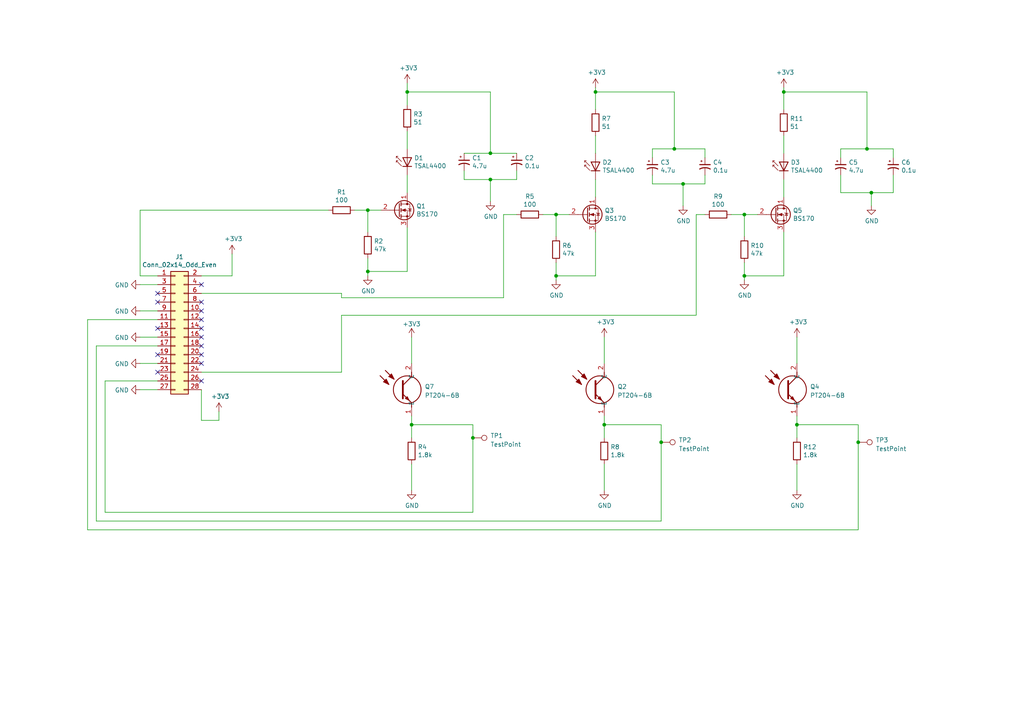
<source format=kicad_sch>
(kicad_sch (version 20230121) (generator eeschema)
  (paper "A4")
  (title_block (title "Sensing subsystem") (date "2024-03-24") (rev "v0.00") (comment 4 "Author: Mpumelelo Mpanza"))
  (lib_symbols
    (symbol "Connector:TestPoint" (pin_numbers hide) (pin_names (offset 0.762) hide)
      (property "Reference" "TP" (at 0 6.858 0))
      (property "Value" "TestPoint" (at 0 5.08 0))
      (symbol "TestPoint_0_1"
        (circle (center 0 3.302) (radius 0.762))
      )
      (symbol "TestPoint_1_1"
        (pin passive line (at 0 0 90) (length 2.54) (name "1") (number "1"))
      )
    )
    (symbol "Connector_Generic:Conn_02x14_Odd_Even" (pin_names (offset 1.016) hide)
      (property "Reference" "J" (at 1.27 17.78 0))
      (property "Value" "Conn_02x14_Odd_Even" (at 1.27 -20.32 0))
      (symbol "Conn_02x14_Odd_Even_1_1"
        (rectangle (start -1.27 -17.653) (end 0 -17.907) (stroke (width 0.1524)))
        (rectangle (start -1.27 -15.113) (end 0 -15.367) (stroke (width 0.1524)))
        (rectangle (start -1.27 -12.573) (end 0 -12.827) (stroke (width 0.1524)))
        (rectangle (start -1.27 -10.033) (end 0 -10.287) (stroke (width 0.1524)))
        (rectangle (start -1.27 -7.493) (end 0 -7.747) (stroke (width 0.1524)))
        (rectangle (start -1.27 -4.953) (end 0 -5.207) (stroke (width 0.1524)))
        (rectangle (start -1.27 -2.413) (end 0 -2.667) (stroke (width 0.1524)))
        (rectangle (start -1.27 0.127) (end 0 -0.127) (stroke (width 0.1524)))
        (rectangle (start -1.27 2.667) (end 0 2.413) (stroke (width 0.1524)))
        (rectangle (start -1.27 5.207) (end 0 4.953) (stroke (width 0.1524)))
        (rectangle (start -1.27 7.747) (end 0 7.493) (stroke (width 0.1524)))
        (rectangle (start -1.27 10.287) (end 0 10.033) (stroke (width 0.1524)))
        (rectangle (start -1.27 12.827) (end 0 12.573) (stroke (width 0.1524)))
        (rectangle (start -1.27 15.367) (end 0 15.113) (stroke (width 0.1524)))
        (rectangle (start -1.27 16.51) (end 3.81 -19.05) (stroke (width 0.254)) (fill (type background)))
        (rectangle (start 3.81 -17.653) (end 2.54 -17.907) (stroke (width 0.1524)))
        (rectangle (start 3.81 -15.113) (end 2.54 -15.367) (stroke (width 0.1524)))
        (rectangle (start 3.81 -12.573) (end 2.54 -12.827) (stroke (width 0.1524)))
        (rectangle (start 3.81 -10.033) (end 2.54 -10.287) (stroke (width 0.1524)))
        (rectangle (start 3.81 -7.493) (end 2.54 -7.747) (stroke (width 0.1524)))
        (rectangle (start 3.81 -4.953) (end 2.54 -5.207) (stroke (width 0.1524)))
        (rectangle (start 3.81 -2.413) (end 2.54 -2.667) (stroke (width 0.1524)))
        (rectangle (start 3.81 0.127) (end 2.54 -0.127) (stroke (width 0.1524)))
        (rectangle (start 3.81 2.667) (end 2.54 2.413) (stroke (width 0.1524)))
        (rectangle (start 3.81 5.207) (end 2.54 4.953) (stroke (width 0.1524)))
        (rectangle (start 3.81 7.747) (end 2.54 7.493) (stroke (width 0.1524)))
        (rectangle (start 3.81 10.287) (end 2.54 10.033) (stroke (width 0.1524)))
        (rectangle (start 3.81 12.827) (end 2.54 12.573) (stroke (width 0.1524)))
        (rectangle (start 3.81 15.367) (end 2.54 15.113) (stroke (width 0.1524)))
        (pin passive line (at -5.08 15.24 0) (length 3.81) (name "Pin_1") (number "1"))
        (pin passive line (at 7.62 5.08 180) (length 3.81) (name "Pin_10") (number "10"))
        (pin passive line (at -5.08 2.54 0) (length 3.81) (name "Pin_11") (number "11"))
        (pin passive line (at 7.62 2.54 180) (length 3.81) (name "Pin_12") (number "12"))
        (pin passive line (at -5.08 0 0) (length 3.81) (name "Pin_13") (number "13"))
        (pin passive line (at 7.62 0 180) (length 3.81) (name "Pin_14") (number "14"))
        (pin passive line (at -5.08 -2.54 0) (length 3.81) (name "Pin_15") (number "15"))
        (pin passive line (at 7.62 -2.54 180) (length 3.81) (name "Pin_16") (number "16"))
        (pin passive line (at -5.08 -5.08 0) (length 3.81) (name "Pin_17") (number "17"))
        (pin passive line (at 7.62 -5.08 180) (length 3.81) (name "Pin_18") (number "18"))
        (pin passive line (at -5.08 -7.62 0) (length 3.81) (name "Pin_19") (number "19"))
        (pin passive line (at 7.62 15.24 180) (length 3.81) (name "Pin_2") (number "2"))
        (pin passive line (at 7.62 -7.62 180) (length 3.81) (name "Pin_20") (number "20"))
        (pin passive line (at -5.08 -10.16 0) (length 3.81) (name "Pin_21") (number "21"))
        (pin passive line (at 7.62 -10.16 180) (length 3.81) (name "Pin_22") (number "22"))
        (pin passive line (at -5.08 -12.7 0) (length 3.81) (name "Pin_23") (number "23"))
        (pin passive line (at 7.62 -12.7 180) (length 3.81) (name "Pin_24") (number "24"))
        (pin passive line (at -5.08 -15.24 0) (length 3.81) (name "Pin_25") (number "25"))
        (pin passive line (at 7.62 -15.24 180) (length 3.81) (name "Pin_26") (number "26"))
        (pin passive line (at -5.08 -17.78 0) (length 3.81) (name "Pin_27") (number "27"))
        (pin passive line (at 7.62 -17.78 180) (length 3.81) (name "Pin_28") (number "28"))
        (pin passive line (at -5.08 12.7 0) (length 3.81) (name "Pin_3") (number "3"))
        (pin passive line (at 7.62 12.7 180) (length 3.81) (name "Pin_4") (number "4"))
        (pin passive line (at -5.08 10.16 0) (length 3.81) (name "Pin_5") (number "5"))
        (pin passive line (at 7.62 10.16 180) (length 3.81) (name "Pin_6") (number "6"))
        (pin passive line (at -5.08 7.62 0) (length 3.81) (name "Pin_7") (number "7"))
        (pin passive line (at 7.62 7.62 180) (length 3.81) (name "Pin_8") (number "8"))
        (pin passive line (at -5.08 5.08 0) (length 3.81) (name "Pin_9") (number "9"))
      )
    )
    (symbol "Device:R" (pin_numbers hide) (pin_names (offset 0))
      (property "Reference" "R" (at 2.032 0 90))
      (property "Value" "R" (at 0 0 90))
      (symbol "R_0_1"
        (rectangle (start -1.016 -2.54) (end 1.016 2.54) (stroke (width 0.254)))
      )
      (symbol "R_1_1"
        (pin passive line (at 0 3.81 270) (length 1.27) (name "~") (number "1"))
        (pin passive line (at 0 -3.81 90) (length 1.27) (name "~") (number "2"))
      )
    )
    (symbol "JLC_Phototransistor:PT204-6B"
      (property "Reference" "Q" (at 3.81 -6.35 0))
      (property "Value" "PT204-6B" (at 3.81 -8.89 0))
      (symbol "PT204-6B_1_1"
        (circle (center -1.27 -7.62) (radius 4.016) (stroke (width 0.254)))
        (polyline (pts (xy -9.144 -3.556) (xy -6.604 -6.096)) (stroke (width 0.254)))
        (polyline (pts (xy -7.62 -2.032) (xy -5.08 -4.572)) (stroke (width 0.254)))
        (polyline (pts (xy -2.54 -8.89) (xy 0 -11.43)) (stroke (width 0.254)))
        (polyline (pts (xy -2.54 -6.35) (xy 0 -3.81)) (stroke (width 0.254)))
        (polyline (pts (xy -2.54 -5.08) (xy -2.54 -10.16)) (stroke (width 0.508)))
        (polyline (pts (xy 0 -11.43) (xy 0 -12.7)) (stroke (width 0.254)))
        (polyline (pts (xy 0 -3.81) (xy 0 -2.54)) (stroke (width 0.254)))
        (polyline (pts (xy -8.128 -5.334) (xy -7.366 -4.572) (xy -6.604 -6.096) (xy -8.128 -5.334)) (stroke (width 0.254)) (fill (type outline)))
        (polyline (pts (xy -6.604 -3.81) (xy -5.842 -3.048) (xy -5.08 -4.572) (xy -6.604 -3.81)) (stroke (width 0.254)) (fill (type outline)))
        (polyline (pts (xy -1.778 -10.16) (xy -1.27 -9.652) (xy -0.762 -10.668) (xy -1.778 -10.16)) (stroke (width 0.254)) (fill (type outline)))
        (pin passive line (at 0 -15.24 90) (length 2.54) (name "E") (number "1"))
        (pin passive line (at 0 0 270) (length 2.54) (name "C") (number "2"))
      )
    )
    (symbol "LED:TSAL4400" (pin_numbers hide) (pin_names (offset 1.016) hide)
      (property "Reference" "D" (at 0.508 1.778 0))
      (property "Value" "TSAL4400" (at -1.016 -2.794 0))
      (symbol "TSAL4400_0_1"
        (polyline (pts (xy -2.54 1.27) (xy -2.54 -1.27)) (stroke (width 0.254)))
        (polyline (pts (xy 0 0) (xy -2.54 0)))
        (polyline (pts (xy 0.381 3.175) (xy -0.127 3.175)))
        (polyline (pts (xy -1.143 1.651) (xy 0.381 3.175) (xy 0.381 2.667)))
        (polyline (pts (xy 0 1.27) (xy -2.54 0) (xy 0 -1.27) (xy 0 1.27)) (stroke (width 0.254)))
        (polyline (pts (xy -2.413 1.651) (xy -0.889 3.175) (xy -0.889 2.667) (xy -0.889 3.175) (xy -1.397 3.175)))
      )
      (symbol "TSAL4400_1_1"
        (pin passive line (at -5.08 0 0) (length 2.54) (name "K") (number "1"))
        (pin passive line (at 2.54 0 180) (length 2.54) (name "A") (number "2"))
      )
    )
    (symbol "Sensing_Subsystem-rescue:+3.3V-power" (power) (pin_names (offset 0))
      (property "Value" "+3.3V-power" (at 0 3.556 0))
      (symbol "+3.3V-power_0_1"
        (polyline (pts (xy -0.762 1.27) (xy 0 2.54)))
        (polyline (pts (xy 0 0) (xy 0 2.54)))
        (polyline (pts (xy 0 2.54) (xy 0.762 1.27)))
      )
      (symbol "+3.3V-power_1_1"
        (pin power_in line (at 0 0 90) (length 0) hide (name "+3V3") (number "1"))
      )
    )
    (symbol "Sensing_Subsystem-rescue:CP1_Small-Device" (pin_numbers hide) (pin_names (offset 0.254) hide)
      (property "Reference" "C" (at 0.254 1.778 0))
      (property "Value" "Device_CP1_Small" (at 0.254 -2.032 0))
      (symbol "CP1_Small-Device_0_1"
        (polyline (pts (xy -1.524 0.508) (xy 1.524 0.508)) (stroke (width 0.3048)))
        (polyline (pts (xy -1.27 1.524) (xy -0.762 1.524)))
        (polyline (pts (xy -1.016 1.27) (xy -1.016 1.778)))
        (arc (start 1.524 -0.762) (mid 0 -0.3734) (end -1.524 -0.762) (stroke (width 0.3048)))
      )
      (symbol "CP1_Small-Device_1_1"
        (pin passive line (at 0 2.54 270) (length 2.032) (name "~") (number "1"))
        (pin passive line (at 0 -2.54 90) (length 2.032) (name "~") (number "2"))
      )
    )
    (symbol "Transistor_FET:BS170" (pin_names hide)
      (property "Reference" "Q" (at 5.08 1.905 0))
      (property "Value" "BS170" (at 5.08 0 0))
      (symbol "BS170_0_1"
        (polyline (pts (xy 0.254 0) (xy -2.54 0)))
        (polyline (pts (xy 0.254 1.905) (xy 0.254 -1.905)) (stroke (width 0.254)))
        (polyline (pts (xy 0.762 -1.27) (xy 0.762 -2.286)) (stroke (width 0.254)))
        (polyline (pts (xy 0.762 0.508) (xy 0.762 -0.508)) (stroke (width 0.254)))
        (polyline (pts (xy 0.762 2.286) (xy 0.762 1.27)) (stroke (width 0.254)))
        (polyline (pts (xy 2.54 2.54) (xy 2.54 1.778)))
        (polyline (pts (xy 2.54 -2.54) (xy 2.54 0) (xy 0.762 0)))
        (polyline (pts (xy 0.762 -1.778) (xy 3.302 -1.778) (xy 3.302 1.778) (xy 0.762 1.778)))
        (polyline (pts (xy 1.016 0) (xy 2.032 0.381) (xy 2.032 -0.381) (xy 1.016 0)) (fill (type outline)))
        (polyline (pts (xy 2.794 0.508) (xy 2.921 0.381) (xy 3.683 0.381) (xy 3.81 0.254)))
        (polyline (pts (xy 3.302 0.381) (xy 2.921 -0.254) (xy 3.683 -0.254) (xy 3.302 0.381)))
        (circle (center 1.651 0) (radius 2.794) (stroke (width 0.254)))
        (circle (center 2.54 -1.778) (radius 0.254) (fill (type outline)))
        (circle (center 2.54 1.778) (radius 0.254) (fill (type outline)))
      )
      (symbol "BS170_1_1"
        (pin passive line (at 2.54 5.08 270) (length 2.54) (name "D") (number "1"))
        (pin input line (at -5.08 0 0) (length 2.54) (name "G") (number "2"))
        (pin passive line (at 2.54 -5.08 90) (length 2.54) (name "S") (number "3"))
      )
    )
    (symbol "power:GND" (power) (pin_names (offset 0))
      (property "Value" "GND" (at 0 -3.81 0))
      (symbol "GND_0_1"
        (polyline (pts (xy 0 0) (xy 0 -1.27) (xy 1.27 -1.27) (xy 0 -2.54) (xy -1.27 -1.27) (xy 0 -1.27)))
      )
      (symbol "GND_1_1"
        (pin power_in line (at 0 0 270) (length 0) hide (name "GND") (number "1"))
      )
    )
  )
  (junction (at 195.58 43.18))
  (junction (at 106.68 78.74))
  (junction (at 142.24 44.45))
  (junction (at 119.38 123.19))
  (junction (at 142.24 52.07))
  (junction (at 231.14 123.19))
  (junction (at 161.29 62.23))
  (junction (at 227.33 26.67))
  (junction (at 248.92 128.27))
  (junction (at 172.72 26.67))
  (junction (at 215.9 80.01))
  (junction (at 252.73 55.88))
  (junction (at 251.46 43.18))
  (junction (at 161.29 80.01))
  (junction (at 137.16 127))
  (junction (at 175.26 123.19))
  (junction (at 118.11 26.67))
  (junction (at 191.77 128.27))
  (junction (at 215.9 62.23))
  (junction (at 198.12 53.34))
  (junction (at 106.68 60.96))
  (no_connect (at 45.72 95.25))
  (no_connect (at 58.42 82.55))
  (no_connect (at 58.42 110.49))
  (no_connect (at 58.42 87.63))
  (no_connect (at 58.42 100.33))
  (no_connect (at 58.42 95.25))
  (no_connect (at 58.42 92.71))
  (no_connect (at 58.42 102.87))
  (no_connect (at 378.46 63.5))
  (no_connect (at 45.72 107.95))
  (no_connect (at 58.42 90.17))
  (no_connect (at 45.72 87.63))
  (no_connect (at 58.42 97.79))
  (no_connect (at 58.42 105.41))
  (no_connect (at 45.72 85.09))
  (no_connect (at 45.72 102.87))
  (wire (pts (xy 118.11 78.74) (xy 106.68 78.74)))
  (wire (pts (xy 134.62 52.07) (xy 142.24 52.07)))
  (wire (pts (xy 118.11 26.67) (xy 118.11 30.48)))
  (wire (pts (xy 161.29 62.23) (xy 165.1 62.23)))
  (wire (pts (xy 227.33 67.31) (xy 227.33 80.01)))
  (wire (pts (xy 106.68 78.74) (xy 106.68 74.93)))
  (wire (pts (xy 204.47 53.34) (xy 198.12 53.34)))
  (wire (pts (xy 204.47 62.23) (xy 201.93 62.23)))
  (wire (pts (xy 118.11 50.8) (xy 118.11 55.88)))
  (wire (pts (xy 119.38 97.79) (xy 119.38 105.41)))
  (wire (pts (xy 30.48 148.59) (xy 137.16 148.59)))
  (wire (pts (xy 106.68 60.96) (xy 110.49 60.96)))
  (wire (pts (xy 231.14 97.79) (xy 231.14 105.41)))
  (wire (pts (xy 58.42 107.95) (xy 99.06 107.95)))
  (wire (pts (xy 25.4 92.71) (xy 25.4 153.67)))
  (wire (pts (xy 175.26 97.79) (xy 175.26 105.41)))
  (wire (pts (xy 172.72 39.37) (xy 172.72 44.45)))
  (wire (pts (xy 25.4 153.67) (xy 248.92 153.67)))
  (wire (pts (xy 142.24 44.45) (xy 142.24 26.67)))
  (wire (pts (xy 215.9 80.01) (xy 215.9 76.2)))
  (wire (pts (xy 231.14 123.19) (xy 231.14 127)))
  (wire (pts (xy 201.93 62.23) (xy 201.93 91.44)))
  (wire (pts (xy 172.72 26.67) (xy 172.72 31.75)))
  (wire (pts (xy 63.5 121.92) (xy 63.5 119.38)))
  (wire (pts (xy 161.29 68.58) (xy 161.29 62.23)))
  (wire (pts (xy 119.38 123.19) (xy 119.38 127)))
  (wire (pts (xy 204.47 43.18) (xy 195.58 43.18)))
  (wire (pts (xy 30.48 110.49) (xy 30.48 148.59)))
  (wire (pts (xy 172.72 25.4) (xy 172.72 26.67)))
  (wire (pts (xy 106.68 67.31) (xy 106.68 60.96)))
  (wire (pts (xy 134.62 44.45) (xy 142.24 44.45)))
  (wire (pts (xy 189.23 53.34) (xy 198.12 53.34)))
  (wire (pts (xy 215.9 62.23) (xy 219.71 62.23)))
  (wire (pts (xy 99.06 85.09) (xy 99.06 86.36)))
  (wire (pts (xy 231.14 120.65) (xy 231.14 123.19)))
  (wire (pts (xy 142.24 26.67) (xy 118.11 26.67)))
  (wire (pts (xy 137.16 127) (xy 137.16 123.19)))
  (wire (pts (xy 45.72 105.41) (xy 40.64 105.41)))
  (wire (pts (xy 172.72 52.07) (xy 172.72 57.15)))
  (wire (pts (xy 45.72 97.79) (xy 40.64 97.79)))
  (wire (pts (xy 119.38 134.62) (xy 119.38 142.24)))
  (wire (pts (xy 58.42 85.09) (xy 99.06 85.09)))
  (wire (pts (xy 227.33 25.4) (xy 227.33 26.67)))
  (wire (pts (xy 146.05 62.23) (xy 146.05 86.36)))
  (wire (pts (xy 149.86 62.23) (xy 146.05 62.23)))
  (wire (pts (xy 191.77 128.27) (xy 191.77 123.19)))
  (wire (pts (xy 142.24 52.07) (xy 149.86 52.07)))
  (wire (pts (xy 58.42 113.03) (xy 58.42 121.92)))
  (wire (pts (xy 248.92 153.67) (xy 248.92 128.27)))
  (wire (pts (xy 99.06 86.36) (xy 146.05 86.36)))
  (wire (pts (xy 67.31 80.01) (xy 67.31 73.66)))
  (wire (pts (xy 252.73 55.88) (xy 252.73 59.69)))
  (wire (pts (xy 215.9 81.28) (xy 215.9 80.01)))
  (wire (pts (xy 58.42 121.92) (xy 63.5 121.92)))
  (wire (pts (xy 45.72 80.01) (xy 40.64 80.01)))
  (wire (pts (xy 149.86 44.45) (xy 142.24 44.45)))
  (wire (pts (xy 243.84 45.72) (xy 243.84 43.18)))
  (wire (pts (xy 137.16 148.59) (xy 137.16 127)))
  (wire (pts (xy 212.09 62.23) (xy 215.9 62.23)))
  (wire (pts (xy 259.08 55.88) (xy 252.73 55.88)))
  (wire (pts (xy 118.11 38.1) (xy 118.11 43.18)))
  (wire (pts (xy 227.33 26.67) (xy 227.33 31.75)))
  (wire (pts (xy 189.23 43.18) (xy 195.58 43.18)))
  (wire (pts (xy 243.84 55.88) (xy 252.73 55.88)))
  (wire (pts (xy 259.08 50.8) (xy 259.08 55.88)))
  (wire (pts (xy 142.24 52.07) (xy 142.24 58.42)))
  (wire (pts (xy 204.47 45.72) (xy 204.47 43.18)))
  (wire (pts (xy 99.06 107.95) (xy 99.06 91.44)))
  (wire (pts (xy 227.33 52.07) (xy 227.33 57.15)))
  (wire (pts (xy 118.11 66.04) (xy 118.11 78.74)))
  (wire (pts (xy 175.26 134.62) (xy 175.26 142.24)))
  (wire (pts (xy 175.26 123.19) (xy 175.26 127)))
  (wire (pts (xy 227.33 80.01) (xy 215.9 80.01)))
  (wire (pts (xy 259.08 45.72) (xy 259.08 43.18)))
  (wire (pts (xy 119.38 123.19) (xy 137.16 123.19)))
  (wire (pts (xy 45.72 92.71) (xy 25.4 92.71)))
  (wire (pts (xy 231.14 123.19) (xy 248.92 123.19)))
  (wire (pts (xy 189.23 45.72) (xy 189.23 43.18)))
  (wire (pts (xy 58.42 80.01) (xy 67.31 80.01)))
  (wire (pts (xy 195.58 43.18) (xy 195.58 26.67)))
  (wire (pts (xy 231.14 134.62) (xy 231.14 142.24)))
  (wire (pts (xy 251.46 43.18) (xy 251.46 26.67)))
  (wire (pts (xy 189.23 50.8) (xy 189.23 53.34)))
  (wire (pts (xy 27.94 100.33) (xy 27.94 151.13)))
  (wire (pts (xy 45.72 82.55) (xy 40.64 82.55)))
  (wire (pts (xy 198.12 53.34) (xy 198.12 59.69)))
  (wire (pts (xy 40.64 60.96) (xy 95.25 60.96)))
  (wire (pts (xy 119.38 120.65) (xy 119.38 123.19)))
  (wire (pts (xy 106.68 80.01) (xy 106.68 78.74)))
  (wire (pts (xy 27.94 151.13) (xy 191.77 151.13)))
  (wire (pts (xy 161.29 81.28) (xy 161.29 80.01)))
  (wire (pts (xy 118.11 24.13) (xy 118.11 26.67)))
  (wire (pts (xy 175.26 123.19) (xy 191.77 123.19)))
  (wire (pts (xy 175.26 120.65) (xy 175.26 123.19)))
  (wire (pts (xy 227.33 39.37) (xy 227.33 44.45)))
  (wire (pts (xy 134.62 49.53) (xy 134.62 52.07)))
  (wire (pts (xy 251.46 26.67) (xy 227.33 26.67)))
  (wire (pts (xy 45.72 100.33) (xy 27.94 100.33)))
  (wire (pts (xy 243.84 50.8) (xy 243.84 55.88)))
  (wire (pts (xy 204.47 50.8) (xy 204.47 53.34)))
  (wire (pts (xy 172.72 80.01) (xy 161.29 80.01)))
  (wire (pts (xy 40.64 80.01) (xy 40.64 60.96)))
  (wire (pts (xy 157.48 62.23) (xy 161.29 62.23)))
  (wire (pts (xy 161.29 80.01) (xy 161.29 76.2)))
  (wire (pts (xy 45.72 110.49) (xy 30.48 110.49)))
  (wire (pts (xy 45.72 90.17) (xy 40.64 90.17)))
  (wire (pts (xy 215.9 68.58) (xy 215.9 62.23)))
  (wire (pts (xy 248.92 128.27) (xy 248.92 123.19)))
  (wire (pts (xy 149.86 52.07) (xy 149.86 49.53)))
  (wire (pts (xy 45.72 113.03) (xy 40.64 113.03)))
  (wire (pts (xy 191.77 151.13) (xy 191.77 128.27)))
  (wire (pts (xy 243.84 43.18) (xy 251.46 43.18)))
  (wire (pts (xy 172.72 67.31) (xy 172.72 80.01)))
  (wire (pts (xy 99.06 91.44) (xy 201.93 91.44)))
  (wire (pts (xy 259.08 43.18) (xy 251.46 43.18)))
  (wire (pts (xy 195.58 26.67) (xy 172.72 26.67)))
  (wire (pts (xy 102.87 60.96) (xy 106.68 60.96)))
  (symbol (lib_id "Transistor_FET:BS170") (at 224.79 62.23 0) (unit 1)
    (property "Reference" "Q5" (at 229.9716 61.0616 0) (effects (justify left)))
    (property "Value" "BS170" (at 229.9716 63.373 0) (effects (justify left)))
    (property "Footprint" "Package_TO_SOT_THT:TO-92_Inline" (effects hide))
    (property "Datasheet" "https://www.onsemi.com/pub/Collateral/BS170-D.PDF" (effects hide))
  )
  (symbol (lib_id "Device:R") (at 227.33 35.56 0) (unit 1)
    (property "Reference" "R11" (at 229.108 34.3916 0) (effects (justify left)))
    (property "Value" "51" (at 229.108 36.703 0) (effects (justify left)))
    (property "Footprint" "Resistor_SMD:R_0603_1608Metric" (effects hide))
  )
  (symbol (lib_id "LED:TSAL4400") (at 227.33 46.99 90) (unit 1)
    (property "Reference" "D3" (at 229.3366 47.0916 90) (effects (justify right)))
    (property "Value" "TSAL4400" (at 229.3366 49.403 90) (effects (justify right)))
    (property "Footprint" "LED_THT:LED_D3.0mm_IRBlack" (effects hide))
    (property "Datasheet" "http://www.vishay.com/docs/81006/tsal4400.pdf" (effects hide))
  )
  (symbol (lib_id "Sensing_Subsystem-rescue:CP1_Small-Device") (at 243.84 48.26 0) (unit 1)
    (property "Reference" "C5" (at 246.1514 47.0916 0) (effects (justify left)))
    (property "Value" "4.7u" (at 246.1514 49.403 0) (effects (justify left)))
    (property "Footprint" "Capacitor_SMD:CP_Elec_4x5.4" (effects hide))
  )
  (symbol (lib_id "Sensing_Subsystem-rescue:CP1_Small-Device") (at 259.08 48.26 0) (unit 1)
    (property "Reference" "C6" (at 261.3914 47.0916 0) (effects (justify left)))
    (property "Value" "0.1u" (at 261.3914 49.403 0) (effects (justify left)))
    (property "Footprint" "Capacitor_SMD:CP_Elec_4x5.4" (effects hide))
  )
  (symbol (lib_id "Transistor_FET:BS170") (at 170.18 62.23 0) (unit 1)
    (property "Reference" "Q3" (at 175.3616 61.0616 0) (effects (justify left)))
    (property "Value" "BS170" (at 175.3616 63.373 0) (effects (justify left)))
    (property "Footprint" "Package_TO_SOT_THT:TO-92_Inline" (effects hide))
    (property "Datasheet" "https://www.onsemi.com/pub/Collateral/BS170-D.PDF" (effects hide))
  )
  (symbol (lib_id "Device:R") (at 172.72 35.56 0) (unit 1)
    (property "Reference" "R7" (at 174.498 34.3916 0) (effects (justify left)))
    (property "Value" "51" (at 174.498 36.703 0) (effects (justify left)))
    (property "Footprint" "Resistor_SMD:R_0603_1608Metric" (effects hide))
  )
  (symbol (lib_id "LED:TSAL4400") (at 172.72 46.99 90) (unit 1)
    (property "Reference" "D2" (at 174.7266 47.0916 90) (effects (justify right)))
    (property "Value" "TSAL4400" (at 174.7266 49.403 90) (effects (justify right)))
    (property "Footprint" "LED_THT:LED_D3.0mm_IRBlack" (effects hide))
    (property "Datasheet" "http://www.vishay.com/docs/81006/tsal4400.pdf" (effects hide))
  )
  (symbol (lib_id "Sensing_Subsystem-rescue:CP1_Small-Device") (at 189.23 48.26 0) (unit 1)
    (property "Reference" "C3" (at 191.5414 47.0916 0) (effects (justify left)))
    (property "Value" "4.7u" (at 191.5414 49.403 0) (effects (justify left)))
    (property "Footprint" "Capacitor_SMD:CP_Elec_4x5.4" (effects hide))
  )
  (symbol (lib_id "Sensing_Subsystem-rescue:CP1_Small-Device") (at 204.47 48.26 0) (unit 1)
    (property "Reference" "C4" (at 206.7814 47.0916 0) (effects (justify left)))
    (property "Value" "0.1u" (at 206.7814 49.403 0) (effects (justify left)))
    (property "Footprint" "Capacitor_SMD:CP_Elec_4x5.4" (effects hide))
  )
  (symbol (lib_id "Transistor_FET:BS170") (at 115.57 60.96 0) (unit 1)
    (property "Reference" "Q1" (at 120.7516 59.7916 0) (effects (justify left)))
    (property "Value" "BS170" (at 120.7516 62.103 0) (effects (justify left)))
    (property "Footprint" "Package_TO_SOT_THT:TO-92_Inline" (effects hide))
    (property "Datasheet" "https://www.onsemi.com/pub/Collateral/BS170-D.PDF" (effects hide))
  )
  (symbol (lib_id "Device:R") (at 118.11 34.29 0) (unit 1)
    (property "Reference" "R3" (at 119.888 33.1216 0) (effects (justify left)))
    (property "Value" "51" (at 119.888 35.433 0) (effects (justify left)))
    (property "Footprint" "Resistor_SMD:R_0603_1608Metric" (effects hide))
  )
  (symbol (lib_id "LED:TSAL4400") (at 118.11 45.72 90) (unit 1)
    (property "Reference" "D1" (at 120.1166 45.8216 90) (effects (justify right)))
    (property "Value" "TSAL4400" (at 120.1166 48.133 90) (effects (justify right)))
    (property "Footprint" "LED_THT:LED_D3.0mm_IRBlack" (effects hide))
    (property "Datasheet" "http://www.vishay.com/docs/81006/tsal4400.pdf" (effects hide))
  )
  (symbol (lib_id "Sensing_Subsystem-rescue:CP1_Small-Device") (at 134.62 46.99 0) (unit 1)
    (property "Reference" "C1" (at 136.9314 45.8216 0) (effects (justify left)))
    (property "Value" "4.7u" (at 136.9314 48.133 0) (effects (justify left)))
    (property "Footprint" "Capacitor_SMD:CP_Elec_4x5.4" (effects hide))
  )
  (symbol (lib_id "Sensing_Subsystem-rescue:CP1_Small-Device") (at 149.86 46.99 0) (unit 1)
    (property "Reference" "C2" (at 152.1714 45.8216 0) (effects (justify left)))
    (property "Value" "0.1u" (at 152.1714 48.133 0) (effects (justify left)))
    (property "Footprint" "Capacitor_SMD:CP_Elec_4x5.4" (effects hide))
  )
  (symbol (lib_id "power:GND") (at 142.24 58.42 0) (unit 1)
    (property "Reference" "#PWR012" (effects hide))
    (property "Value" "GND" (at 142.367 62.8142 0))
  )
  (symbol (lib_id "power:GND") (at 198.12 59.69 0) (unit 1)
    (property "Reference" "#PWR017" (effects hide))
    (property "Value" "GND" (at 198.247 64.0842 0))
  )
  (symbol (lib_id "power:GND") (at 252.73 59.69 0) (unit 1)
    (property "Reference" "#PWR022" (effects hide))
    (property "Value" "GND" (at 252.857 64.0842 0))
  )
  (symbol (lib_id "Device:R") (at 99.06 60.96 270) (unit 1)
    (property "Reference" "R1" (at 99.06 55.7022 90))
    (property "Value" "100" (at 99.06 58.0136 90))
    (property "Footprint" "Resistor_SMD:R_0603_1608Metric" (effects hide))
  )
  (symbol (lib_id "Device:R") (at 106.68 71.12 0) (unit 1)
    (property "Reference" "R2" (at 108.458 69.9516 0) (effects (justify left)))
    (property "Value" "47k" (at 108.458 72.263 0) (effects (justify left)))
    (property "Footprint" "Resistor_SMD:R_0603_1608Metric" (effects hide))
  )
  (symbol (lib_id "power:GND") (at 106.68 80.01 0) (unit 1)
    (property "Reference" "#PWR08" (effects hide))
    (property "Value" "GND" (at 106.807 84.4042 0))
  )
  (symbol (lib_id "Device:R") (at 153.67 62.23 270) (unit 1)
    (property "Reference" "R5" (at 153.67 56.9722 90))
    (property "Value" "100" (at 153.67 59.2836 90))
    (property "Footprint" "Resistor_SMD:R_0603_1608Metric" (effects hide))
  )
  (symbol (lib_id "Device:R") (at 161.29 72.39 0) (unit 1)
    (property "Reference" "R6" (at 163.068 71.2216 0) (effects (justify left)))
    (property "Value" "47k" (at 163.068 73.533 0) (effects (justify left)))
    (property "Footprint" "Resistor_SMD:R_0603_1608Metric" (effects hide))
  )
  (symbol (lib_id "power:GND") (at 161.29 81.28 0) (unit 1)
    (property "Reference" "#PWR013" (effects hide))
    (property "Value" "GND" (at 161.417 85.6742 0))
  )
  (symbol (lib_id "Device:R") (at 208.28 62.23 270) (unit 1)
    (property "Reference" "R9" (at 208.28 56.9722 90))
    (property "Value" "100" (at 208.28 59.2836 90))
    (property "Footprint" "Resistor_SMD:R_0603_1608Metric" (effects hide))
  )
  (symbol (lib_id "Device:R") (at 215.9 72.39 0) (unit 1)
    (property "Reference" "R10" (at 217.678 71.2216 0) (effects (justify left)))
    (property "Value" "47k" (at 217.678 73.533 0) (effects (justify left)))
    (property "Footprint" "Resistor_SMD:R_0603_1608Metric" (effects hide))
  )
  (symbol (lib_id "power:GND") (at 215.9 81.28 0) (unit 1)
    (property "Reference" "#PWR018" (effects hide))
    (property "Value" "GND" (at 216.027 85.6742 0))
  )
  (symbol (lib_id "Device:R") (at 231.14 130.81 0) (unit 1)
    (property "Reference" "R12" (at 232.918 129.6416 0) (effects (justify left)))
    (property "Value" "1.8k" (at 232.918 131.953 0) (effects (justify left)))
    (property "Footprint" "Resistor_SMD:R_0603_1608Metric" (effects hide))
  )
  (symbol (lib_id "power:GND") (at 231.14 142.24 0) (unit 1)
    (property "Reference" "#PWR021" (effects hide))
    (property "Value" "GND" (at 231.267 146.6342 0))
  )
  (symbol (lib_id "Device:R") (at 175.26 130.81 0) (unit 1)
    (property "Reference" "R8" (at 177.038 129.6416 0) (effects (justify left)))
    (property "Value" "1.8k" (at 177.038 131.953 0) (effects (justify left)))
    (property "Footprint" "Resistor_SMD:R_0603_1608Metric" (effects hide))
  )
  (symbol (lib_id "power:GND") (at 175.26 142.24 0) (unit 1)
    (property "Reference" "#PWR016" (effects hide))
    (property "Value" "GND" (at 175.387 146.6342 0))
  )
  (symbol (lib_id "Device:R") (at 119.38 130.81 0) (unit 1)
    (property "Reference" "R4" (at 121.158 129.6416 0) (effects (justify left)))
    (property "Value" "1.8k" (at 121.158 131.953 0) (effects (justify left)))
    (property "Footprint" "Resistor_SMD:R_0603_1608Metric" (effects hide))
  )
  (symbol (lib_id "power:GND") (at 119.38 142.24 0) (unit 1)
    (property "Reference" "#PWR011" (effects hide))
    (property "Value" "GND" (at 119.507 146.6342 0))
  )
  (symbol (lib_id "Connector_Generic:Conn_02x14_Odd_Even") (at 50.8 95.25 0) (unit 1)
    (property "Reference" "J1" (at 52.07 74.4982 0))
    (property "Value" "Conn_02x14_Odd_Even" (at 52.07 76.8096 0))
    (property "Footprint" "Connector_PinSocket_2.54mm:PinSocket_2x14_P2.54mm_Horizontal" (effects hide))
  )
  (symbol (lib_id "power:GND") (at 40.64 82.55 270) (unit 1)
    (property "Reference" "#PWR01" (effects hide))
    (property "Value" "GND" (at 37.3888 82.677 90) (effects (justify right)))
  )
  (symbol (lib_id "power:GND") (at 40.64 90.17 270) (unit 1)
    (property "Reference" "#PWR02" (effects hide))
    (property "Value" "GND" (at 37.3888 90.297 90) (effects (justify right)))
  )
  (symbol (lib_id "power:GND") (at 40.64 97.79 270) (unit 1)
    (property "Reference" "#PWR03" (effects hide))
    (property "Value" "GND" (at 37.3888 97.917 90) (effects (justify right)))
  )
  (symbol (lib_id "power:GND") (at 40.64 105.41 270) (unit 1)
    (property "Reference" "#PWR04" (effects hide))
    (property "Value" "GND" (at 37.3888 105.537 90) (effects (justify right)))
  )
  (symbol (lib_id "power:GND") (at 40.64 113.03 270) (unit 1)
    (property "Reference" "#PWR05" (effects hide))
    (property "Value" "GND" (at 37.3888 113.157 90) (effects (justify right)))
  )
  (symbol (lib_id "Sensing_Subsystem-rescue:+3.3V-power") (at 67.31 73.66 0) (unit 1)
    (property "Reference" "#PWR0101" (effects hide))
    (property "Value" "+3.3V" (at 67.691 69.2658 0))
  )
  (symbol (lib_id "Sensing_Subsystem-rescue:+3.3V-power") (at 63.5 119.38 0) (unit 1)
    (property "Reference" "#PWR0102" (effects hide))
    (property "Value" "+3.3V" (at 63.881 114.9858 0))
  )
  (symbol (lib_id "Sensing_Subsystem-rescue:+3.3V-power") (at 119.38 97.79 0) (unit 1)
    (property "Reference" "#PWR0103" (effects hide))
    (property "Value" "+3.3V" (at 119.38 93.98 0))
  )
  (symbol (lib_id "Sensing_Subsystem-rescue:+3.3V-power") (at 175.26 97.79 0) (unit 1)
    (property "Reference" "#PWR0104" (effects hide))
    (property "Value" "+3.3V" (at 175.641 93.3958 0))
  )
  (symbol (lib_id "Sensing_Subsystem-rescue:+3.3V-power") (at 231.14 97.79 0) (unit 1)
    (property "Reference" "#PWR0105" (effects hide))
    (property "Value" "+3.3V" (at 231.521 93.3958 0))
  )
  (symbol (lib_id "Sensing_Subsystem-rescue:+3.3V-power") (at 118.11 24.13 0) (unit 1)
    (property "Reference" "#PWR0106" (effects hide))
    (property "Value" "+3.3V" (at 118.491 19.7358 0))
  )
  (symbol (lib_id "Sensing_Subsystem-rescue:+3.3V-power") (at 172.72 25.4 0) (unit 1)
    (property "Reference" "#PWR0107" (effects hide))
    (property "Value" "+3.3V" (at 173.101 21.0058 0))
  )
  (symbol (lib_id "Sensing_Subsystem-rescue:+3.3V-power") (at 227.33 25.4 0) (unit 1)
    (property "Reference" "#PWR0108" (effects hide))
    (property "Value" "+3.3V" (at 227.711 21.0058 0))
  )
  (symbol (lib_id "Connector:TestPoint") (at 137.16 127 270) (unit 1)
    (property "Reference" "TP1" (at 142.24 126.365 90) (effects (justify left)))
    (property "Value" "TestPoint" (at 142.24 128.905 90) (effects (justify left)))
    (property "Footprint" "TestPoint:TestPoint_Pad_1.0x1.0mm" (effects hide))
  )
  (symbol (lib_id "Connector:TestPoint") (at 191.77 128.27 270) (unit 1)
    (property "Reference" "TP2" (at 196.85 127.635 90) (effects (justify left)))
    (property "Value" "TestPoint" (at 196.85 130.175 90) (effects (justify left)))
    (property "Footprint" "TestPoint:TestPoint_Pad_1.0x1.0mm" (effects hide))
  )
  (symbol (lib_id "JLC_Phototransistor:PT204-6B") (at 175.26 105.41 0) (unit 1)
    (property "Reference" "Q2" (at 179.07 112.141 0) (effects (justify left)))
    (property "Value" "PT204-6B" (at 179.07 114.681 0) (effects (justify left)))
    (property "Footprint" "KiCad:PT2046B" (effects hide))
    (property "Datasheet" "https://datasheet.datasheetarchive.com/originals/distributors/Datasheets-DGA21/96212.pdf" (effects hide))
    (property "Mouser Part Number" "N/A" (effects hide))
    (property "Mouser Price/Stock" "https://www.mouser.co.uk/ProductDetail/Everlight/PT204-6B?qs=8cKuZ6Ok2lYPtw9IrupSnQ%3D%3D" (effects hide))
    (property "Manufacturer_Name" "Everlight" (effects hide))
    (property "Manufacturer_Part_Number" "PT204-6B" (effects hide))
  )
  (symbol (lib_id "Connector:TestPoint") (at 248.92 128.27 270) (unit 1)
    (property "Reference" "TP3" (at 254 127.635 90) (effects (justify left)))
    (property "Value" "TestPoint" (at 254 130.175 90) (effects (justify left)))
    (property "Footprint" "TestPoint:TestPoint_Pad_1.0x1.0mm" (effects hide))
  )
  (symbol (lib_id "JLC_Phototransistor:PT204-6B") (at 119.38 105.41 0) (unit 1)
    (property "Reference" "Q7" (at 123.19 112.141 0) (effects (justify left)))
    (property "Value" "PT204-6B" (at 123.19 114.681 0) (effects (justify left)))
    (property "Footprint" "KiCad:PT2046B" (effects hide))
    (property "Datasheet" "https://datasheet.datasheetarchive.com/originals/distributors/Datasheets-DGA21/96212.pdf" (effects hide))
    (property "Mouser Part Number" "N/A" (effects hide))
    (property "Mouser Price/Stock" "https://www.mouser.co.uk/ProductDetail/Everlight/PT204-6B?qs=8cKuZ6Ok2lYPtw9IrupSnQ%3D%3D" (effects hide))
    (property "Manufacturer_Name" "Everlight" (effects hide))
    (property "Manufacturer_Part_Number" "PT204-6B" (effects hide))
  )
  (symbol (lib_id "JLC_Phototransistor:PT204-6B") (at 231.14 105.41 0) (unit 1)
    (property "Reference" "Q4" (at 234.95 112.141 0) (effects (justify left)))
    (property "Value" "PT204-6B" (at 234.95 114.681 0) (effects (justify left)))
    (property "Footprint" "KiCad:PT2046B" (effects hide))
    (property "Datasheet" "https://datasheet.datasheetarchive.com/originals/distributors/Datasheets-DGA21/96212.pdf" (effects hide))
    (property "Mouser Part Number" "N/A" (effects hide))
    (property "Mouser Price/Stock" "https://www.mouser.co.uk/ProductDetail/Everlight/PT204-6B?qs=8cKuZ6Ok2lYPtw9IrupSnQ%3D%3D" (effects hide))
    (property "Manufacturer_Name" "Everlight" (effects hide))
    (property "Manufacturer_Part_Number" "PT204-6B" (effects hide))
  )
)
</source>
